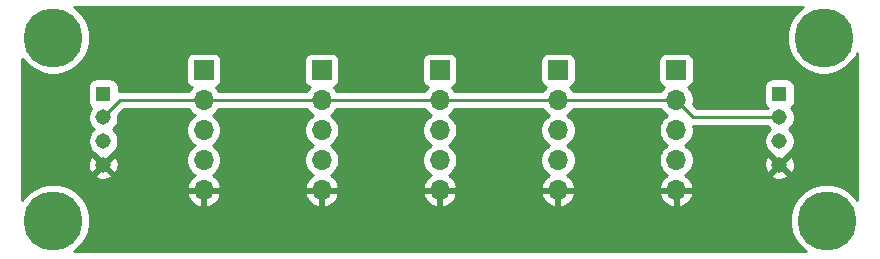
<source format=gbr>
G04 #@! TF.GenerationSoftware,KiCad,Pcbnew,(5.1.5)-3*
G04 #@! TF.CreationDate,2020-08-31T21:18:36+01:00*
G04 #@! TF.ProjectId,groveToPi,67726f76-6554-46f5-9069-2e6b69636164,1.0.1*
G04 #@! TF.SameCoordinates,Original*
G04 #@! TF.FileFunction,Copper,L1,Top*
G04 #@! TF.FilePolarity,Positive*
%FSLAX46Y46*%
G04 Gerber Fmt 4.6, Leading zero omitted, Abs format (unit mm)*
G04 Created by KiCad (PCBNEW (5.1.5)-3) date 2020-08-31 21:18:36*
%MOMM*%
%LPD*%
G04 APERTURE LIST*
%ADD10R,1.308000X1.308000*%
%ADD11C,1.308000*%
%ADD12C,5.000000*%
%ADD13R,1.700000X1.700000*%
%ADD14O,1.700000X1.700000*%
%ADD15C,0.254000*%
G04 APERTURE END LIST*
D10*
X150750000Y-102000000D03*
D11*
X150750000Y-104000000D03*
X150750000Y-106000000D03*
X150750000Y-108000000D03*
X93500000Y-108000000D03*
X93500000Y-106000000D03*
X93500000Y-104000000D03*
D10*
X93500000Y-102000000D03*
D12*
X154750000Y-112750000D03*
X89250000Y-112750000D03*
X89250000Y-97250000D03*
X154500000Y-97250000D03*
D13*
X102000000Y-100000000D03*
D14*
X102000000Y-102540000D03*
X102000000Y-105080000D03*
X102000000Y-107620000D03*
X102000000Y-110160000D03*
X112000000Y-110160000D03*
X112000000Y-107620000D03*
X112000000Y-105080000D03*
X112000000Y-102540000D03*
D13*
X112000000Y-100000000D03*
X122000000Y-100000000D03*
D14*
X122000000Y-102540000D03*
X122000000Y-105080000D03*
X122000000Y-107620000D03*
X122000000Y-110160000D03*
X132000000Y-110160000D03*
X132000000Y-107620000D03*
X132000000Y-105080000D03*
X132000000Y-102540000D03*
D13*
X132000000Y-100000000D03*
X142000000Y-100000000D03*
D14*
X142000000Y-102540000D03*
X142000000Y-105080000D03*
X142000000Y-107620000D03*
X142000000Y-110160000D03*
D15*
X102000000Y-102540000D02*
X112000000Y-102540000D01*
X112000000Y-102540000D02*
X122000000Y-102540000D01*
X122000000Y-102540000D02*
X132000000Y-102540000D01*
X132000000Y-102540000D02*
X142000000Y-102540000D01*
X143460000Y-104000000D02*
X142000000Y-102540000D01*
X150750000Y-104000000D02*
X143460000Y-104000000D01*
X94960000Y-102540000D02*
X93500000Y-104000000D01*
X102000000Y-102540000D02*
X94960000Y-102540000D01*
G36*
X152501554Y-94814886D02*
G01*
X152064886Y-95251554D01*
X151721799Y-95765021D01*
X151485476Y-96335554D01*
X151365000Y-96941229D01*
X151365000Y-97558771D01*
X151485476Y-98164446D01*
X151721799Y-98734979D01*
X152064886Y-99248446D01*
X152501554Y-99685114D01*
X153015021Y-100028201D01*
X153585554Y-100264524D01*
X154191229Y-100385000D01*
X154808771Y-100385000D01*
X155414446Y-100264524D01*
X155984979Y-100028201D01*
X156498446Y-99685114D01*
X156935114Y-99248446D01*
X157278201Y-98734979D01*
X157340000Y-98585783D01*
X157340001Y-110983359D01*
X157185114Y-110751554D01*
X156748446Y-110314886D01*
X156234979Y-109971799D01*
X155664446Y-109735476D01*
X155058771Y-109615000D01*
X154441229Y-109615000D01*
X153835554Y-109735476D01*
X153265021Y-109971799D01*
X152751554Y-110314886D01*
X152314886Y-110751554D01*
X151971799Y-111265021D01*
X151735476Y-111835554D01*
X151615000Y-112441229D01*
X151615000Y-113058771D01*
X151735476Y-113664446D01*
X151971799Y-114234979D01*
X152314886Y-114748446D01*
X152751554Y-115185114D01*
X152983358Y-115340000D01*
X91016642Y-115340000D01*
X91248446Y-115185114D01*
X91685114Y-114748446D01*
X92028201Y-114234979D01*
X92264524Y-113664446D01*
X92385000Y-113058771D01*
X92385000Y-112441229D01*
X92264524Y-111835554D01*
X92028201Y-111265021D01*
X91685114Y-110751554D01*
X91450450Y-110516890D01*
X100558524Y-110516890D01*
X100603175Y-110664099D01*
X100728359Y-110926920D01*
X100902412Y-111160269D01*
X101118645Y-111355178D01*
X101368748Y-111504157D01*
X101643109Y-111601481D01*
X101873000Y-111480814D01*
X101873000Y-110287000D01*
X102127000Y-110287000D01*
X102127000Y-111480814D01*
X102356891Y-111601481D01*
X102631252Y-111504157D01*
X102881355Y-111355178D01*
X103097588Y-111160269D01*
X103271641Y-110926920D01*
X103396825Y-110664099D01*
X103441476Y-110516890D01*
X110558524Y-110516890D01*
X110603175Y-110664099D01*
X110728359Y-110926920D01*
X110902412Y-111160269D01*
X111118645Y-111355178D01*
X111368748Y-111504157D01*
X111643109Y-111601481D01*
X111873000Y-111480814D01*
X111873000Y-110287000D01*
X112127000Y-110287000D01*
X112127000Y-111480814D01*
X112356891Y-111601481D01*
X112631252Y-111504157D01*
X112881355Y-111355178D01*
X113097588Y-111160269D01*
X113271641Y-110926920D01*
X113396825Y-110664099D01*
X113441476Y-110516890D01*
X120558524Y-110516890D01*
X120603175Y-110664099D01*
X120728359Y-110926920D01*
X120902412Y-111160269D01*
X121118645Y-111355178D01*
X121368748Y-111504157D01*
X121643109Y-111601481D01*
X121873000Y-111480814D01*
X121873000Y-110287000D01*
X122127000Y-110287000D01*
X122127000Y-111480814D01*
X122356891Y-111601481D01*
X122631252Y-111504157D01*
X122881355Y-111355178D01*
X123097588Y-111160269D01*
X123271641Y-110926920D01*
X123396825Y-110664099D01*
X123441476Y-110516890D01*
X130558524Y-110516890D01*
X130603175Y-110664099D01*
X130728359Y-110926920D01*
X130902412Y-111160269D01*
X131118645Y-111355178D01*
X131368748Y-111504157D01*
X131643109Y-111601481D01*
X131873000Y-111480814D01*
X131873000Y-110287000D01*
X132127000Y-110287000D01*
X132127000Y-111480814D01*
X132356891Y-111601481D01*
X132631252Y-111504157D01*
X132881355Y-111355178D01*
X133097588Y-111160269D01*
X133271641Y-110926920D01*
X133396825Y-110664099D01*
X133441476Y-110516890D01*
X140558524Y-110516890D01*
X140603175Y-110664099D01*
X140728359Y-110926920D01*
X140902412Y-111160269D01*
X141118645Y-111355178D01*
X141368748Y-111504157D01*
X141643109Y-111601481D01*
X141873000Y-111480814D01*
X141873000Y-110287000D01*
X142127000Y-110287000D01*
X142127000Y-111480814D01*
X142356891Y-111601481D01*
X142631252Y-111504157D01*
X142881355Y-111355178D01*
X143097588Y-111160269D01*
X143271641Y-110926920D01*
X143396825Y-110664099D01*
X143441476Y-110516890D01*
X143320155Y-110287000D01*
X142127000Y-110287000D01*
X141873000Y-110287000D01*
X140679845Y-110287000D01*
X140558524Y-110516890D01*
X133441476Y-110516890D01*
X133320155Y-110287000D01*
X132127000Y-110287000D01*
X131873000Y-110287000D01*
X130679845Y-110287000D01*
X130558524Y-110516890D01*
X123441476Y-110516890D01*
X123320155Y-110287000D01*
X122127000Y-110287000D01*
X121873000Y-110287000D01*
X120679845Y-110287000D01*
X120558524Y-110516890D01*
X113441476Y-110516890D01*
X113320155Y-110287000D01*
X112127000Y-110287000D01*
X111873000Y-110287000D01*
X110679845Y-110287000D01*
X110558524Y-110516890D01*
X103441476Y-110516890D01*
X103320155Y-110287000D01*
X102127000Y-110287000D01*
X101873000Y-110287000D01*
X100679845Y-110287000D01*
X100558524Y-110516890D01*
X91450450Y-110516890D01*
X91248446Y-110314886D01*
X90734979Y-109971799D01*
X90164446Y-109735476D01*
X89558771Y-109615000D01*
X88941229Y-109615000D01*
X88335554Y-109735476D01*
X87765021Y-109971799D01*
X87251554Y-110314886D01*
X86814886Y-110751554D01*
X86660000Y-110983358D01*
X86660000Y-108888387D01*
X92791218Y-108888387D01*
X92845093Y-109117468D01*
X93075684Y-109223763D01*
X93322581Y-109283028D01*
X93576296Y-109292988D01*
X93827079Y-109253259D01*
X94065293Y-109165368D01*
X94154907Y-109117468D01*
X94208782Y-108888387D01*
X93500000Y-108179605D01*
X92791218Y-108888387D01*
X86660000Y-108888387D01*
X86660000Y-108076296D01*
X92207012Y-108076296D01*
X92246741Y-108327079D01*
X92334632Y-108565293D01*
X92382532Y-108654907D01*
X92611613Y-108708782D01*
X93320395Y-108000000D01*
X93679605Y-108000000D01*
X94388387Y-108708782D01*
X94617468Y-108654907D01*
X94723763Y-108424316D01*
X94783028Y-108177419D01*
X94792988Y-107923704D01*
X94753259Y-107672921D01*
X94665368Y-107434707D01*
X94617468Y-107345093D01*
X94388387Y-107291218D01*
X93679605Y-108000000D01*
X93320395Y-108000000D01*
X92611613Y-107291218D01*
X92382532Y-107345093D01*
X92276237Y-107575684D01*
X92216972Y-107822581D01*
X92207012Y-108076296D01*
X86660000Y-108076296D01*
X86660000Y-101346000D01*
X92207928Y-101346000D01*
X92207928Y-102654000D01*
X92220188Y-102778482D01*
X92256498Y-102898180D01*
X92315463Y-103008494D01*
X92394815Y-103105185D01*
X92491506Y-103184537D01*
X92493791Y-103185758D01*
X92357703Y-103389430D01*
X92260535Y-103624013D01*
X92211000Y-103873045D01*
X92211000Y-104126955D01*
X92260535Y-104375987D01*
X92357703Y-104610570D01*
X92498768Y-104821690D01*
X92677078Y-105000000D01*
X92498768Y-105178310D01*
X92357703Y-105389430D01*
X92260535Y-105624013D01*
X92211000Y-105873045D01*
X92211000Y-106126955D01*
X92260535Y-106375987D01*
X92357703Y-106610570D01*
X92498768Y-106821690D01*
X92678310Y-107001232D01*
X92798319Y-107081419D01*
X92791218Y-107111613D01*
X93500000Y-107820395D01*
X94208782Y-107111613D01*
X94201681Y-107081419D01*
X94321690Y-107001232D01*
X94501232Y-106821690D01*
X94642297Y-106610570D01*
X94739465Y-106375987D01*
X94789000Y-106126955D01*
X94789000Y-105873045D01*
X94739465Y-105624013D01*
X94642297Y-105389430D01*
X94501232Y-105178310D01*
X94322922Y-105000000D01*
X94501232Y-104821690D01*
X94642297Y-104610570D01*
X94739465Y-104375987D01*
X94789000Y-104126955D01*
X94789000Y-103873045D01*
X94774995Y-103802636D01*
X95275631Y-103302000D01*
X100723158Y-103302000D01*
X100846525Y-103486632D01*
X101053368Y-103693475D01*
X101227760Y-103810000D01*
X101053368Y-103926525D01*
X100846525Y-104133368D01*
X100684010Y-104376589D01*
X100572068Y-104646842D01*
X100515000Y-104933740D01*
X100515000Y-105226260D01*
X100572068Y-105513158D01*
X100684010Y-105783411D01*
X100846525Y-106026632D01*
X101053368Y-106233475D01*
X101227760Y-106350000D01*
X101053368Y-106466525D01*
X100846525Y-106673368D01*
X100684010Y-106916589D01*
X100572068Y-107186842D01*
X100515000Y-107473740D01*
X100515000Y-107766260D01*
X100572068Y-108053158D01*
X100684010Y-108323411D01*
X100846525Y-108566632D01*
X101053368Y-108773475D01*
X101235534Y-108895195D01*
X101118645Y-108964822D01*
X100902412Y-109159731D01*
X100728359Y-109393080D01*
X100603175Y-109655901D01*
X100558524Y-109803110D01*
X100679845Y-110033000D01*
X101873000Y-110033000D01*
X101873000Y-110013000D01*
X102127000Y-110013000D01*
X102127000Y-110033000D01*
X103320155Y-110033000D01*
X103441476Y-109803110D01*
X103396825Y-109655901D01*
X103271641Y-109393080D01*
X103097588Y-109159731D01*
X102881355Y-108964822D01*
X102764466Y-108895195D01*
X102946632Y-108773475D01*
X103153475Y-108566632D01*
X103315990Y-108323411D01*
X103427932Y-108053158D01*
X103485000Y-107766260D01*
X103485000Y-107473740D01*
X103427932Y-107186842D01*
X103315990Y-106916589D01*
X103153475Y-106673368D01*
X102946632Y-106466525D01*
X102772240Y-106350000D01*
X102946632Y-106233475D01*
X103153475Y-106026632D01*
X103315990Y-105783411D01*
X103427932Y-105513158D01*
X103485000Y-105226260D01*
X103485000Y-104933740D01*
X103427932Y-104646842D01*
X103315990Y-104376589D01*
X103153475Y-104133368D01*
X102946632Y-103926525D01*
X102772240Y-103810000D01*
X102946632Y-103693475D01*
X103153475Y-103486632D01*
X103276842Y-103302000D01*
X110723158Y-103302000D01*
X110846525Y-103486632D01*
X111053368Y-103693475D01*
X111227760Y-103810000D01*
X111053368Y-103926525D01*
X110846525Y-104133368D01*
X110684010Y-104376589D01*
X110572068Y-104646842D01*
X110515000Y-104933740D01*
X110515000Y-105226260D01*
X110572068Y-105513158D01*
X110684010Y-105783411D01*
X110846525Y-106026632D01*
X111053368Y-106233475D01*
X111227760Y-106350000D01*
X111053368Y-106466525D01*
X110846525Y-106673368D01*
X110684010Y-106916589D01*
X110572068Y-107186842D01*
X110515000Y-107473740D01*
X110515000Y-107766260D01*
X110572068Y-108053158D01*
X110684010Y-108323411D01*
X110846525Y-108566632D01*
X111053368Y-108773475D01*
X111235534Y-108895195D01*
X111118645Y-108964822D01*
X110902412Y-109159731D01*
X110728359Y-109393080D01*
X110603175Y-109655901D01*
X110558524Y-109803110D01*
X110679845Y-110033000D01*
X111873000Y-110033000D01*
X111873000Y-110013000D01*
X112127000Y-110013000D01*
X112127000Y-110033000D01*
X113320155Y-110033000D01*
X113441476Y-109803110D01*
X113396825Y-109655901D01*
X113271641Y-109393080D01*
X113097588Y-109159731D01*
X112881355Y-108964822D01*
X112764466Y-108895195D01*
X112946632Y-108773475D01*
X113153475Y-108566632D01*
X113315990Y-108323411D01*
X113427932Y-108053158D01*
X113485000Y-107766260D01*
X113485000Y-107473740D01*
X113427932Y-107186842D01*
X113315990Y-106916589D01*
X113153475Y-106673368D01*
X112946632Y-106466525D01*
X112772240Y-106350000D01*
X112946632Y-106233475D01*
X113153475Y-106026632D01*
X113315990Y-105783411D01*
X113427932Y-105513158D01*
X113485000Y-105226260D01*
X113485000Y-104933740D01*
X113427932Y-104646842D01*
X113315990Y-104376589D01*
X113153475Y-104133368D01*
X112946632Y-103926525D01*
X112772240Y-103810000D01*
X112946632Y-103693475D01*
X113153475Y-103486632D01*
X113276842Y-103302000D01*
X120723158Y-103302000D01*
X120846525Y-103486632D01*
X121053368Y-103693475D01*
X121227760Y-103810000D01*
X121053368Y-103926525D01*
X120846525Y-104133368D01*
X120684010Y-104376589D01*
X120572068Y-104646842D01*
X120515000Y-104933740D01*
X120515000Y-105226260D01*
X120572068Y-105513158D01*
X120684010Y-105783411D01*
X120846525Y-106026632D01*
X121053368Y-106233475D01*
X121227760Y-106350000D01*
X121053368Y-106466525D01*
X120846525Y-106673368D01*
X120684010Y-106916589D01*
X120572068Y-107186842D01*
X120515000Y-107473740D01*
X120515000Y-107766260D01*
X120572068Y-108053158D01*
X120684010Y-108323411D01*
X120846525Y-108566632D01*
X121053368Y-108773475D01*
X121235534Y-108895195D01*
X121118645Y-108964822D01*
X120902412Y-109159731D01*
X120728359Y-109393080D01*
X120603175Y-109655901D01*
X120558524Y-109803110D01*
X120679845Y-110033000D01*
X121873000Y-110033000D01*
X121873000Y-110013000D01*
X122127000Y-110013000D01*
X122127000Y-110033000D01*
X123320155Y-110033000D01*
X123441476Y-109803110D01*
X123396825Y-109655901D01*
X123271641Y-109393080D01*
X123097588Y-109159731D01*
X122881355Y-108964822D01*
X122764466Y-108895195D01*
X122946632Y-108773475D01*
X123153475Y-108566632D01*
X123315990Y-108323411D01*
X123427932Y-108053158D01*
X123485000Y-107766260D01*
X123485000Y-107473740D01*
X123427932Y-107186842D01*
X123315990Y-106916589D01*
X123153475Y-106673368D01*
X122946632Y-106466525D01*
X122772240Y-106350000D01*
X122946632Y-106233475D01*
X123153475Y-106026632D01*
X123315990Y-105783411D01*
X123427932Y-105513158D01*
X123485000Y-105226260D01*
X123485000Y-104933740D01*
X123427932Y-104646842D01*
X123315990Y-104376589D01*
X123153475Y-104133368D01*
X122946632Y-103926525D01*
X122772240Y-103810000D01*
X122946632Y-103693475D01*
X123153475Y-103486632D01*
X123276842Y-103302000D01*
X130723158Y-103302000D01*
X130846525Y-103486632D01*
X131053368Y-103693475D01*
X131227760Y-103810000D01*
X131053368Y-103926525D01*
X130846525Y-104133368D01*
X130684010Y-104376589D01*
X130572068Y-104646842D01*
X130515000Y-104933740D01*
X130515000Y-105226260D01*
X130572068Y-105513158D01*
X130684010Y-105783411D01*
X130846525Y-106026632D01*
X131053368Y-106233475D01*
X131227760Y-106350000D01*
X131053368Y-106466525D01*
X130846525Y-106673368D01*
X130684010Y-106916589D01*
X130572068Y-107186842D01*
X130515000Y-107473740D01*
X130515000Y-107766260D01*
X130572068Y-108053158D01*
X130684010Y-108323411D01*
X130846525Y-108566632D01*
X131053368Y-108773475D01*
X131235534Y-108895195D01*
X131118645Y-108964822D01*
X130902412Y-109159731D01*
X130728359Y-109393080D01*
X130603175Y-109655901D01*
X130558524Y-109803110D01*
X130679845Y-110033000D01*
X131873000Y-110033000D01*
X131873000Y-110013000D01*
X132127000Y-110013000D01*
X132127000Y-110033000D01*
X133320155Y-110033000D01*
X133441476Y-109803110D01*
X133396825Y-109655901D01*
X133271641Y-109393080D01*
X133097588Y-109159731D01*
X132881355Y-108964822D01*
X132764466Y-108895195D01*
X132946632Y-108773475D01*
X133153475Y-108566632D01*
X133315990Y-108323411D01*
X133427932Y-108053158D01*
X133485000Y-107766260D01*
X133485000Y-107473740D01*
X133427932Y-107186842D01*
X133315990Y-106916589D01*
X133153475Y-106673368D01*
X132946632Y-106466525D01*
X132772240Y-106350000D01*
X132946632Y-106233475D01*
X133153475Y-106026632D01*
X133315990Y-105783411D01*
X133427932Y-105513158D01*
X133485000Y-105226260D01*
X133485000Y-104933740D01*
X133427932Y-104646842D01*
X133315990Y-104376589D01*
X133153475Y-104133368D01*
X132946632Y-103926525D01*
X132772240Y-103810000D01*
X132946632Y-103693475D01*
X133153475Y-103486632D01*
X133276842Y-103302000D01*
X140723158Y-103302000D01*
X140846525Y-103486632D01*
X141053368Y-103693475D01*
X141227760Y-103810000D01*
X141053368Y-103926525D01*
X140846525Y-104133368D01*
X140684010Y-104376589D01*
X140572068Y-104646842D01*
X140515000Y-104933740D01*
X140515000Y-105226260D01*
X140572068Y-105513158D01*
X140684010Y-105783411D01*
X140846525Y-106026632D01*
X141053368Y-106233475D01*
X141227760Y-106350000D01*
X141053368Y-106466525D01*
X140846525Y-106673368D01*
X140684010Y-106916589D01*
X140572068Y-107186842D01*
X140515000Y-107473740D01*
X140515000Y-107766260D01*
X140572068Y-108053158D01*
X140684010Y-108323411D01*
X140846525Y-108566632D01*
X141053368Y-108773475D01*
X141235534Y-108895195D01*
X141118645Y-108964822D01*
X140902412Y-109159731D01*
X140728359Y-109393080D01*
X140603175Y-109655901D01*
X140558524Y-109803110D01*
X140679845Y-110033000D01*
X141873000Y-110033000D01*
X141873000Y-110013000D01*
X142127000Y-110013000D01*
X142127000Y-110033000D01*
X143320155Y-110033000D01*
X143441476Y-109803110D01*
X143396825Y-109655901D01*
X143271641Y-109393080D01*
X143097588Y-109159731D01*
X142881355Y-108964822D01*
X142764466Y-108895195D01*
X142774654Y-108888387D01*
X150041218Y-108888387D01*
X150095093Y-109117468D01*
X150325684Y-109223763D01*
X150572581Y-109283028D01*
X150826296Y-109292988D01*
X151077079Y-109253259D01*
X151315293Y-109165368D01*
X151404907Y-109117468D01*
X151458782Y-108888387D01*
X150750000Y-108179605D01*
X150041218Y-108888387D01*
X142774654Y-108888387D01*
X142946632Y-108773475D01*
X143153475Y-108566632D01*
X143315990Y-108323411D01*
X143418347Y-108076296D01*
X149457012Y-108076296D01*
X149496741Y-108327079D01*
X149584632Y-108565293D01*
X149632532Y-108654907D01*
X149861613Y-108708782D01*
X150570395Y-108000000D01*
X150929605Y-108000000D01*
X151638387Y-108708782D01*
X151867468Y-108654907D01*
X151973763Y-108424316D01*
X152033028Y-108177419D01*
X152042988Y-107923704D01*
X152003259Y-107672921D01*
X151915368Y-107434707D01*
X151867468Y-107345093D01*
X151638387Y-107291218D01*
X150929605Y-108000000D01*
X150570395Y-108000000D01*
X149861613Y-107291218D01*
X149632532Y-107345093D01*
X149526237Y-107575684D01*
X149466972Y-107822581D01*
X149457012Y-108076296D01*
X143418347Y-108076296D01*
X143427932Y-108053158D01*
X143485000Y-107766260D01*
X143485000Y-107473740D01*
X143427932Y-107186842D01*
X143315990Y-106916589D01*
X143153475Y-106673368D01*
X142946632Y-106466525D01*
X142772240Y-106350000D01*
X142946632Y-106233475D01*
X143153475Y-106026632D01*
X143315990Y-105783411D01*
X143427932Y-105513158D01*
X143485000Y-105226260D01*
X143485000Y-104933740D01*
X143451403Y-104764839D01*
X143460000Y-104765686D01*
X143497423Y-104762000D01*
X149708885Y-104762000D01*
X149748768Y-104821690D01*
X149927078Y-105000000D01*
X149748768Y-105178310D01*
X149607703Y-105389430D01*
X149510535Y-105624013D01*
X149461000Y-105873045D01*
X149461000Y-106126955D01*
X149510535Y-106375987D01*
X149607703Y-106610570D01*
X149748768Y-106821690D01*
X149928310Y-107001232D01*
X150048319Y-107081419D01*
X150041218Y-107111613D01*
X150750000Y-107820395D01*
X151458782Y-107111613D01*
X151451681Y-107081419D01*
X151571690Y-107001232D01*
X151751232Y-106821690D01*
X151892297Y-106610570D01*
X151989465Y-106375987D01*
X152039000Y-106126955D01*
X152039000Y-105873045D01*
X151989465Y-105624013D01*
X151892297Y-105389430D01*
X151751232Y-105178310D01*
X151572922Y-105000000D01*
X151751232Y-104821690D01*
X151892297Y-104610570D01*
X151989465Y-104375987D01*
X152039000Y-104126955D01*
X152039000Y-103873045D01*
X151989465Y-103624013D01*
X151892297Y-103389430D01*
X151756209Y-103185758D01*
X151758494Y-103184537D01*
X151855185Y-103105185D01*
X151934537Y-103008494D01*
X151993502Y-102898180D01*
X152029812Y-102778482D01*
X152042072Y-102654000D01*
X152042072Y-101346000D01*
X152029812Y-101221518D01*
X151993502Y-101101820D01*
X151934537Y-100991506D01*
X151855185Y-100894815D01*
X151758494Y-100815463D01*
X151648180Y-100756498D01*
X151528482Y-100720188D01*
X151404000Y-100707928D01*
X150096000Y-100707928D01*
X149971518Y-100720188D01*
X149851820Y-100756498D01*
X149741506Y-100815463D01*
X149644815Y-100894815D01*
X149565463Y-100991506D01*
X149506498Y-101101820D01*
X149470188Y-101221518D01*
X149457928Y-101346000D01*
X149457928Y-102654000D01*
X149470188Y-102778482D01*
X149506498Y-102898180D01*
X149565463Y-103008494D01*
X149644815Y-103105185D01*
X149741506Y-103184537D01*
X149743791Y-103185758D01*
X149708885Y-103238000D01*
X143775631Y-103238000D01*
X143441679Y-102904048D01*
X143485000Y-102686260D01*
X143485000Y-102393740D01*
X143427932Y-102106842D01*
X143315990Y-101836589D01*
X143153475Y-101593368D01*
X143021620Y-101461513D01*
X143094180Y-101439502D01*
X143204494Y-101380537D01*
X143301185Y-101301185D01*
X143380537Y-101204494D01*
X143439502Y-101094180D01*
X143475812Y-100974482D01*
X143488072Y-100850000D01*
X143488072Y-99150000D01*
X143475812Y-99025518D01*
X143439502Y-98905820D01*
X143380537Y-98795506D01*
X143301185Y-98698815D01*
X143204494Y-98619463D01*
X143094180Y-98560498D01*
X142974482Y-98524188D01*
X142850000Y-98511928D01*
X141150000Y-98511928D01*
X141025518Y-98524188D01*
X140905820Y-98560498D01*
X140795506Y-98619463D01*
X140698815Y-98698815D01*
X140619463Y-98795506D01*
X140560498Y-98905820D01*
X140524188Y-99025518D01*
X140511928Y-99150000D01*
X140511928Y-100850000D01*
X140524188Y-100974482D01*
X140560498Y-101094180D01*
X140619463Y-101204494D01*
X140698815Y-101301185D01*
X140795506Y-101380537D01*
X140905820Y-101439502D01*
X140978380Y-101461513D01*
X140846525Y-101593368D01*
X140723158Y-101778000D01*
X133276842Y-101778000D01*
X133153475Y-101593368D01*
X133021620Y-101461513D01*
X133094180Y-101439502D01*
X133204494Y-101380537D01*
X133301185Y-101301185D01*
X133380537Y-101204494D01*
X133439502Y-101094180D01*
X133475812Y-100974482D01*
X133488072Y-100850000D01*
X133488072Y-99150000D01*
X133475812Y-99025518D01*
X133439502Y-98905820D01*
X133380537Y-98795506D01*
X133301185Y-98698815D01*
X133204494Y-98619463D01*
X133094180Y-98560498D01*
X132974482Y-98524188D01*
X132850000Y-98511928D01*
X131150000Y-98511928D01*
X131025518Y-98524188D01*
X130905820Y-98560498D01*
X130795506Y-98619463D01*
X130698815Y-98698815D01*
X130619463Y-98795506D01*
X130560498Y-98905820D01*
X130524188Y-99025518D01*
X130511928Y-99150000D01*
X130511928Y-100850000D01*
X130524188Y-100974482D01*
X130560498Y-101094180D01*
X130619463Y-101204494D01*
X130698815Y-101301185D01*
X130795506Y-101380537D01*
X130905820Y-101439502D01*
X130978380Y-101461513D01*
X130846525Y-101593368D01*
X130723158Y-101778000D01*
X123276842Y-101778000D01*
X123153475Y-101593368D01*
X123021620Y-101461513D01*
X123094180Y-101439502D01*
X123204494Y-101380537D01*
X123301185Y-101301185D01*
X123380537Y-101204494D01*
X123439502Y-101094180D01*
X123475812Y-100974482D01*
X123488072Y-100850000D01*
X123488072Y-99150000D01*
X123475812Y-99025518D01*
X123439502Y-98905820D01*
X123380537Y-98795506D01*
X123301185Y-98698815D01*
X123204494Y-98619463D01*
X123094180Y-98560498D01*
X122974482Y-98524188D01*
X122850000Y-98511928D01*
X121150000Y-98511928D01*
X121025518Y-98524188D01*
X120905820Y-98560498D01*
X120795506Y-98619463D01*
X120698815Y-98698815D01*
X120619463Y-98795506D01*
X120560498Y-98905820D01*
X120524188Y-99025518D01*
X120511928Y-99150000D01*
X120511928Y-100850000D01*
X120524188Y-100974482D01*
X120560498Y-101094180D01*
X120619463Y-101204494D01*
X120698815Y-101301185D01*
X120795506Y-101380537D01*
X120905820Y-101439502D01*
X120978380Y-101461513D01*
X120846525Y-101593368D01*
X120723158Y-101778000D01*
X113276842Y-101778000D01*
X113153475Y-101593368D01*
X113021620Y-101461513D01*
X113094180Y-101439502D01*
X113204494Y-101380537D01*
X113301185Y-101301185D01*
X113380537Y-101204494D01*
X113439502Y-101094180D01*
X113475812Y-100974482D01*
X113488072Y-100850000D01*
X113488072Y-99150000D01*
X113475812Y-99025518D01*
X113439502Y-98905820D01*
X113380537Y-98795506D01*
X113301185Y-98698815D01*
X113204494Y-98619463D01*
X113094180Y-98560498D01*
X112974482Y-98524188D01*
X112850000Y-98511928D01*
X111150000Y-98511928D01*
X111025518Y-98524188D01*
X110905820Y-98560498D01*
X110795506Y-98619463D01*
X110698815Y-98698815D01*
X110619463Y-98795506D01*
X110560498Y-98905820D01*
X110524188Y-99025518D01*
X110511928Y-99150000D01*
X110511928Y-100850000D01*
X110524188Y-100974482D01*
X110560498Y-101094180D01*
X110619463Y-101204494D01*
X110698815Y-101301185D01*
X110795506Y-101380537D01*
X110905820Y-101439502D01*
X110978380Y-101461513D01*
X110846525Y-101593368D01*
X110723158Y-101778000D01*
X103276842Y-101778000D01*
X103153475Y-101593368D01*
X103021620Y-101461513D01*
X103094180Y-101439502D01*
X103204494Y-101380537D01*
X103301185Y-101301185D01*
X103380537Y-101204494D01*
X103439502Y-101094180D01*
X103475812Y-100974482D01*
X103488072Y-100850000D01*
X103488072Y-99150000D01*
X103475812Y-99025518D01*
X103439502Y-98905820D01*
X103380537Y-98795506D01*
X103301185Y-98698815D01*
X103204494Y-98619463D01*
X103094180Y-98560498D01*
X102974482Y-98524188D01*
X102850000Y-98511928D01*
X101150000Y-98511928D01*
X101025518Y-98524188D01*
X100905820Y-98560498D01*
X100795506Y-98619463D01*
X100698815Y-98698815D01*
X100619463Y-98795506D01*
X100560498Y-98905820D01*
X100524188Y-99025518D01*
X100511928Y-99150000D01*
X100511928Y-100850000D01*
X100524188Y-100974482D01*
X100560498Y-101094180D01*
X100619463Y-101204494D01*
X100698815Y-101301185D01*
X100795506Y-101380537D01*
X100905820Y-101439502D01*
X100978380Y-101461513D01*
X100846525Y-101593368D01*
X100723158Y-101778000D01*
X94997423Y-101778000D01*
X94960000Y-101774314D01*
X94922577Y-101778000D01*
X94922574Y-101778000D01*
X94810622Y-101789026D01*
X94792072Y-101794653D01*
X94792072Y-101346000D01*
X94779812Y-101221518D01*
X94743502Y-101101820D01*
X94684537Y-100991506D01*
X94605185Y-100894815D01*
X94508494Y-100815463D01*
X94398180Y-100756498D01*
X94278482Y-100720188D01*
X94154000Y-100707928D01*
X92846000Y-100707928D01*
X92721518Y-100720188D01*
X92601820Y-100756498D01*
X92491506Y-100815463D01*
X92394815Y-100894815D01*
X92315463Y-100991506D01*
X92256498Y-101101820D01*
X92220188Y-101221518D01*
X92207928Y-101346000D01*
X86660000Y-101346000D01*
X86660000Y-99016642D01*
X86814886Y-99248446D01*
X87251554Y-99685114D01*
X87765021Y-100028201D01*
X88335554Y-100264524D01*
X88941229Y-100385000D01*
X89558771Y-100385000D01*
X90164446Y-100264524D01*
X90734979Y-100028201D01*
X91248446Y-99685114D01*
X91685114Y-99248446D01*
X92028201Y-98734979D01*
X92264524Y-98164446D01*
X92385000Y-97558771D01*
X92385000Y-96941229D01*
X92264524Y-96335554D01*
X92028201Y-95765021D01*
X91685114Y-95251554D01*
X91248446Y-94814886D01*
X91016642Y-94660000D01*
X152733358Y-94660000D01*
X152501554Y-94814886D01*
G37*
X152501554Y-94814886D02*
X152064886Y-95251554D01*
X151721799Y-95765021D01*
X151485476Y-96335554D01*
X151365000Y-96941229D01*
X151365000Y-97558771D01*
X151485476Y-98164446D01*
X151721799Y-98734979D01*
X152064886Y-99248446D01*
X152501554Y-99685114D01*
X153015021Y-100028201D01*
X153585554Y-100264524D01*
X154191229Y-100385000D01*
X154808771Y-100385000D01*
X155414446Y-100264524D01*
X155984979Y-100028201D01*
X156498446Y-99685114D01*
X156935114Y-99248446D01*
X157278201Y-98734979D01*
X157340000Y-98585783D01*
X157340001Y-110983359D01*
X157185114Y-110751554D01*
X156748446Y-110314886D01*
X156234979Y-109971799D01*
X155664446Y-109735476D01*
X155058771Y-109615000D01*
X154441229Y-109615000D01*
X153835554Y-109735476D01*
X153265021Y-109971799D01*
X152751554Y-110314886D01*
X152314886Y-110751554D01*
X151971799Y-111265021D01*
X151735476Y-111835554D01*
X151615000Y-112441229D01*
X151615000Y-113058771D01*
X151735476Y-113664446D01*
X151971799Y-114234979D01*
X152314886Y-114748446D01*
X152751554Y-115185114D01*
X152983358Y-115340000D01*
X91016642Y-115340000D01*
X91248446Y-115185114D01*
X91685114Y-114748446D01*
X92028201Y-114234979D01*
X92264524Y-113664446D01*
X92385000Y-113058771D01*
X92385000Y-112441229D01*
X92264524Y-111835554D01*
X92028201Y-111265021D01*
X91685114Y-110751554D01*
X91450450Y-110516890D01*
X100558524Y-110516890D01*
X100603175Y-110664099D01*
X100728359Y-110926920D01*
X100902412Y-111160269D01*
X101118645Y-111355178D01*
X101368748Y-111504157D01*
X101643109Y-111601481D01*
X101873000Y-111480814D01*
X101873000Y-110287000D01*
X102127000Y-110287000D01*
X102127000Y-111480814D01*
X102356891Y-111601481D01*
X102631252Y-111504157D01*
X102881355Y-111355178D01*
X103097588Y-111160269D01*
X103271641Y-110926920D01*
X103396825Y-110664099D01*
X103441476Y-110516890D01*
X110558524Y-110516890D01*
X110603175Y-110664099D01*
X110728359Y-110926920D01*
X110902412Y-111160269D01*
X111118645Y-111355178D01*
X111368748Y-111504157D01*
X111643109Y-111601481D01*
X111873000Y-111480814D01*
X111873000Y-110287000D01*
X112127000Y-110287000D01*
X112127000Y-111480814D01*
X112356891Y-111601481D01*
X112631252Y-111504157D01*
X112881355Y-111355178D01*
X113097588Y-111160269D01*
X113271641Y-110926920D01*
X113396825Y-110664099D01*
X113441476Y-110516890D01*
X120558524Y-110516890D01*
X120603175Y-110664099D01*
X120728359Y-110926920D01*
X120902412Y-111160269D01*
X121118645Y-111355178D01*
X121368748Y-111504157D01*
X121643109Y-111601481D01*
X121873000Y-111480814D01*
X121873000Y-110287000D01*
X122127000Y-110287000D01*
X122127000Y-111480814D01*
X122356891Y-111601481D01*
X122631252Y-111504157D01*
X122881355Y-111355178D01*
X123097588Y-111160269D01*
X123271641Y-110926920D01*
X123396825Y-110664099D01*
X123441476Y-110516890D01*
X130558524Y-110516890D01*
X130603175Y-110664099D01*
X130728359Y-110926920D01*
X130902412Y-111160269D01*
X131118645Y-111355178D01*
X131368748Y-111504157D01*
X131643109Y-111601481D01*
X131873000Y-111480814D01*
X131873000Y-110287000D01*
X132127000Y-110287000D01*
X132127000Y-111480814D01*
X132356891Y-111601481D01*
X132631252Y-111504157D01*
X132881355Y-111355178D01*
X133097588Y-111160269D01*
X133271641Y-110926920D01*
X133396825Y-110664099D01*
X133441476Y-110516890D01*
X140558524Y-110516890D01*
X140603175Y-110664099D01*
X140728359Y-110926920D01*
X140902412Y-111160269D01*
X141118645Y-111355178D01*
X141368748Y-111504157D01*
X141643109Y-111601481D01*
X141873000Y-111480814D01*
X141873000Y-110287000D01*
X142127000Y-110287000D01*
X142127000Y-111480814D01*
X142356891Y-111601481D01*
X142631252Y-111504157D01*
X142881355Y-111355178D01*
X143097588Y-111160269D01*
X143271641Y-110926920D01*
X143396825Y-110664099D01*
X143441476Y-110516890D01*
X143320155Y-110287000D01*
X142127000Y-110287000D01*
X141873000Y-110287000D01*
X140679845Y-110287000D01*
X140558524Y-110516890D01*
X133441476Y-110516890D01*
X133320155Y-110287000D01*
X132127000Y-110287000D01*
X131873000Y-110287000D01*
X130679845Y-110287000D01*
X130558524Y-110516890D01*
X123441476Y-110516890D01*
X123320155Y-110287000D01*
X122127000Y-110287000D01*
X121873000Y-110287000D01*
X120679845Y-110287000D01*
X120558524Y-110516890D01*
X113441476Y-110516890D01*
X113320155Y-110287000D01*
X112127000Y-110287000D01*
X111873000Y-110287000D01*
X110679845Y-110287000D01*
X110558524Y-110516890D01*
X103441476Y-110516890D01*
X103320155Y-110287000D01*
X102127000Y-110287000D01*
X101873000Y-110287000D01*
X100679845Y-110287000D01*
X100558524Y-110516890D01*
X91450450Y-110516890D01*
X91248446Y-110314886D01*
X90734979Y-109971799D01*
X90164446Y-109735476D01*
X89558771Y-109615000D01*
X88941229Y-109615000D01*
X88335554Y-109735476D01*
X87765021Y-109971799D01*
X87251554Y-110314886D01*
X86814886Y-110751554D01*
X86660000Y-110983358D01*
X86660000Y-108888387D01*
X92791218Y-108888387D01*
X92845093Y-109117468D01*
X93075684Y-109223763D01*
X93322581Y-109283028D01*
X93576296Y-109292988D01*
X93827079Y-109253259D01*
X94065293Y-109165368D01*
X94154907Y-109117468D01*
X94208782Y-108888387D01*
X93500000Y-108179605D01*
X92791218Y-108888387D01*
X86660000Y-108888387D01*
X86660000Y-108076296D01*
X92207012Y-108076296D01*
X92246741Y-108327079D01*
X92334632Y-108565293D01*
X92382532Y-108654907D01*
X92611613Y-108708782D01*
X93320395Y-108000000D01*
X93679605Y-108000000D01*
X94388387Y-108708782D01*
X94617468Y-108654907D01*
X94723763Y-108424316D01*
X94783028Y-108177419D01*
X94792988Y-107923704D01*
X94753259Y-107672921D01*
X94665368Y-107434707D01*
X94617468Y-107345093D01*
X94388387Y-107291218D01*
X93679605Y-108000000D01*
X93320395Y-108000000D01*
X92611613Y-107291218D01*
X92382532Y-107345093D01*
X92276237Y-107575684D01*
X92216972Y-107822581D01*
X92207012Y-108076296D01*
X86660000Y-108076296D01*
X86660000Y-101346000D01*
X92207928Y-101346000D01*
X92207928Y-102654000D01*
X92220188Y-102778482D01*
X92256498Y-102898180D01*
X92315463Y-103008494D01*
X92394815Y-103105185D01*
X92491506Y-103184537D01*
X92493791Y-103185758D01*
X92357703Y-103389430D01*
X92260535Y-103624013D01*
X92211000Y-103873045D01*
X92211000Y-104126955D01*
X92260535Y-104375987D01*
X92357703Y-104610570D01*
X92498768Y-104821690D01*
X92677078Y-105000000D01*
X92498768Y-105178310D01*
X92357703Y-105389430D01*
X92260535Y-105624013D01*
X92211000Y-105873045D01*
X92211000Y-106126955D01*
X92260535Y-106375987D01*
X92357703Y-106610570D01*
X92498768Y-106821690D01*
X92678310Y-107001232D01*
X92798319Y-107081419D01*
X92791218Y-107111613D01*
X93500000Y-107820395D01*
X94208782Y-107111613D01*
X94201681Y-107081419D01*
X94321690Y-107001232D01*
X94501232Y-106821690D01*
X94642297Y-106610570D01*
X94739465Y-106375987D01*
X94789000Y-106126955D01*
X94789000Y-105873045D01*
X94739465Y-105624013D01*
X94642297Y-105389430D01*
X94501232Y-105178310D01*
X94322922Y-105000000D01*
X94501232Y-104821690D01*
X94642297Y-104610570D01*
X94739465Y-104375987D01*
X94789000Y-104126955D01*
X94789000Y-103873045D01*
X94774995Y-103802636D01*
X95275631Y-103302000D01*
X100723158Y-103302000D01*
X100846525Y-103486632D01*
X101053368Y-103693475D01*
X101227760Y-103810000D01*
X101053368Y-103926525D01*
X100846525Y-104133368D01*
X100684010Y-104376589D01*
X100572068Y-104646842D01*
X100515000Y-104933740D01*
X100515000Y-105226260D01*
X100572068Y-105513158D01*
X100684010Y-105783411D01*
X100846525Y-106026632D01*
X101053368Y-106233475D01*
X101227760Y-106350000D01*
X101053368Y-106466525D01*
X100846525Y-106673368D01*
X100684010Y-106916589D01*
X100572068Y-107186842D01*
X100515000Y-107473740D01*
X100515000Y-107766260D01*
X100572068Y-108053158D01*
X100684010Y-108323411D01*
X100846525Y-108566632D01*
X101053368Y-108773475D01*
X101235534Y-108895195D01*
X101118645Y-108964822D01*
X100902412Y-109159731D01*
X100728359Y-109393080D01*
X100603175Y-109655901D01*
X100558524Y-109803110D01*
X100679845Y-110033000D01*
X101873000Y-110033000D01*
X101873000Y-110013000D01*
X102127000Y-110013000D01*
X102127000Y-110033000D01*
X103320155Y-110033000D01*
X103441476Y-109803110D01*
X103396825Y-109655901D01*
X103271641Y-109393080D01*
X103097588Y-109159731D01*
X102881355Y-108964822D01*
X102764466Y-108895195D01*
X102946632Y-108773475D01*
X103153475Y-108566632D01*
X103315990Y-108323411D01*
X103427932Y-108053158D01*
X103485000Y-107766260D01*
X103485000Y-107473740D01*
X103427932Y-107186842D01*
X103315990Y-106916589D01*
X103153475Y-106673368D01*
X102946632Y-106466525D01*
X102772240Y-106350000D01*
X102946632Y-106233475D01*
X103153475Y-106026632D01*
X103315990Y-105783411D01*
X103427932Y-105513158D01*
X103485000Y-105226260D01*
X103485000Y-104933740D01*
X103427932Y-104646842D01*
X103315990Y-104376589D01*
X103153475Y-104133368D01*
X102946632Y-103926525D01*
X102772240Y-103810000D01*
X102946632Y-103693475D01*
X103153475Y-103486632D01*
X103276842Y-103302000D01*
X110723158Y-103302000D01*
X110846525Y-103486632D01*
X111053368Y-103693475D01*
X111227760Y-103810000D01*
X111053368Y-103926525D01*
X110846525Y-104133368D01*
X110684010Y-104376589D01*
X110572068Y-104646842D01*
X110515000Y-104933740D01*
X110515000Y-105226260D01*
X110572068Y-105513158D01*
X110684010Y-105783411D01*
X110846525Y-106026632D01*
X111053368Y-106233475D01*
X111227760Y-106350000D01*
X111053368Y-106466525D01*
X110846525Y-106673368D01*
X110684010Y-106916589D01*
X110572068Y-107186842D01*
X110515000Y-107473740D01*
X110515000Y-107766260D01*
X110572068Y-108053158D01*
X110684010Y-108323411D01*
X110846525Y-108566632D01*
X111053368Y-108773475D01*
X111235534Y-108895195D01*
X111118645Y-108964822D01*
X110902412Y-109159731D01*
X110728359Y-109393080D01*
X110603175Y-109655901D01*
X110558524Y-109803110D01*
X110679845Y-110033000D01*
X111873000Y-110033000D01*
X111873000Y-110013000D01*
X112127000Y-110013000D01*
X112127000Y-110033000D01*
X113320155Y-110033000D01*
X113441476Y-109803110D01*
X113396825Y-109655901D01*
X113271641Y-109393080D01*
X113097588Y-109159731D01*
X112881355Y-108964822D01*
X112764466Y-108895195D01*
X112946632Y-108773475D01*
X113153475Y-108566632D01*
X113315990Y-108323411D01*
X113427932Y-108053158D01*
X113485000Y-107766260D01*
X113485000Y-107473740D01*
X113427932Y-107186842D01*
X113315990Y-106916589D01*
X113153475Y-106673368D01*
X112946632Y-106466525D01*
X112772240Y-106350000D01*
X112946632Y-106233475D01*
X113153475Y-106026632D01*
X113315990Y-105783411D01*
X113427932Y-105513158D01*
X113485000Y-105226260D01*
X113485000Y-104933740D01*
X113427932Y-104646842D01*
X113315990Y-104376589D01*
X113153475Y-104133368D01*
X112946632Y-103926525D01*
X112772240Y-103810000D01*
X112946632Y-103693475D01*
X113153475Y-103486632D01*
X113276842Y-103302000D01*
X120723158Y-103302000D01*
X120846525Y-103486632D01*
X121053368Y-103693475D01*
X121227760Y-103810000D01*
X121053368Y-103926525D01*
X120846525Y-104133368D01*
X120684010Y-104376589D01*
X120572068Y-104646842D01*
X120515000Y-104933740D01*
X120515000Y-105226260D01*
X120572068Y-105513158D01*
X120684010Y-105783411D01*
X120846525Y-106026632D01*
X121053368Y-106233475D01*
X121227760Y-106350000D01*
X121053368Y-106466525D01*
X120846525Y-106673368D01*
X120684010Y-106916589D01*
X120572068Y-107186842D01*
X120515000Y-107473740D01*
X120515000Y-107766260D01*
X120572068Y-108053158D01*
X120684010Y-108323411D01*
X120846525Y-108566632D01*
X121053368Y-108773475D01*
X121235534Y-108895195D01*
X121118645Y-108964822D01*
X120902412Y-109159731D01*
X120728359Y-109393080D01*
X120603175Y-109655901D01*
X120558524Y-109803110D01*
X120679845Y-110033000D01*
X121873000Y-110033000D01*
X121873000Y-110013000D01*
X122127000Y-110013000D01*
X122127000Y-110033000D01*
X123320155Y-110033000D01*
X123441476Y-109803110D01*
X123396825Y-109655901D01*
X123271641Y-109393080D01*
X123097588Y-109159731D01*
X122881355Y-108964822D01*
X122764466Y-108895195D01*
X122946632Y-108773475D01*
X123153475Y-108566632D01*
X123315990Y-108323411D01*
X123427932Y-108053158D01*
X123485000Y-107766260D01*
X123485000Y-107473740D01*
X123427932Y-107186842D01*
X123315990Y-106916589D01*
X123153475Y-106673368D01*
X122946632Y-106466525D01*
X122772240Y-106350000D01*
X122946632Y-106233475D01*
X123153475Y-106026632D01*
X123315990Y-105783411D01*
X123427932Y-105513158D01*
X123485000Y-105226260D01*
X123485000Y-104933740D01*
X123427932Y-104646842D01*
X123315990Y-104376589D01*
X123153475Y-104133368D01*
X122946632Y-103926525D01*
X122772240Y-103810000D01*
X122946632Y-103693475D01*
X123153475Y-103486632D01*
X123276842Y-103302000D01*
X130723158Y-103302000D01*
X130846525Y-103486632D01*
X131053368Y-103693475D01*
X131227760Y-103810000D01*
X131053368Y-103926525D01*
X130846525Y-104133368D01*
X130684010Y-104376589D01*
X130572068Y-104646842D01*
X130515000Y-104933740D01*
X130515000Y-105226260D01*
X130572068Y-105513158D01*
X130684010Y-105783411D01*
X130846525Y-106026632D01*
X131053368Y-106233475D01*
X131227760Y-106350000D01*
X131053368Y-106466525D01*
X130846525Y-106673368D01*
X130684010Y-106916589D01*
X130572068Y-107186842D01*
X130515000Y-107473740D01*
X130515000Y-107766260D01*
X130572068Y-108053158D01*
X130684010Y-108323411D01*
X130846525Y-108566632D01*
X131053368Y-108773475D01*
X131235534Y-108895195D01*
X131118645Y-108964822D01*
X130902412Y-109159731D01*
X130728359Y-109393080D01*
X130603175Y-109655901D01*
X130558524Y-109803110D01*
X130679845Y-110033000D01*
X131873000Y-110033000D01*
X131873000Y-110013000D01*
X132127000Y-110013000D01*
X132127000Y-110033000D01*
X133320155Y-110033000D01*
X133441476Y-109803110D01*
X133396825Y-109655901D01*
X133271641Y-109393080D01*
X133097588Y-109159731D01*
X132881355Y-108964822D01*
X132764466Y-108895195D01*
X132946632Y-108773475D01*
X133153475Y-108566632D01*
X133315990Y-108323411D01*
X133427932Y-108053158D01*
X133485000Y-107766260D01*
X133485000Y-107473740D01*
X133427932Y-107186842D01*
X133315990Y-106916589D01*
X133153475Y-106673368D01*
X132946632Y-106466525D01*
X132772240Y-106350000D01*
X132946632Y-106233475D01*
X133153475Y-106026632D01*
X133315990Y-105783411D01*
X133427932Y-105513158D01*
X133485000Y-105226260D01*
X133485000Y-104933740D01*
X133427932Y-104646842D01*
X133315990Y-104376589D01*
X133153475Y-104133368D01*
X132946632Y-103926525D01*
X132772240Y-103810000D01*
X132946632Y-103693475D01*
X133153475Y-103486632D01*
X133276842Y-103302000D01*
X140723158Y-103302000D01*
X140846525Y-103486632D01*
X141053368Y-103693475D01*
X141227760Y-103810000D01*
X141053368Y-103926525D01*
X140846525Y-104133368D01*
X140684010Y-104376589D01*
X140572068Y-104646842D01*
X140515000Y-104933740D01*
X140515000Y-105226260D01*
X140572068Y-105513158D01*
X140684010Y-105783411D01*
X140846525Y-106026632D01*
X141053368Y-106233475D01*
X141227760Y-106350000D01*
X141053368Y-106466525D01*
X140846525Y-106673368D01*
X140684010Y-106916589D01*
X140572068Y-107186842D01*
X140515000Y-107473740D01*
X140515000Y-107766260D01*
X140572068Y-108053158D01*
X140684010Y-108323411D01*
X140846525Y-108566632D01*
X141053368Y-108773475D01*
X141235534Y-108895195D01*
X141118645Y-108964822D01*
X140902412Y-109159731D01*
X140728359Y-109393080D01*
X140603175Y-109655901D01*
X140558524Y-109803110D01*
X140679845Y-110033000D01*
X141873000Y-110033000D01*
X141873000Y-110013000D01*
X142127000Y-110013000D01*
X142127000Y-110033000D01*
X143320155Y-110033000D01*
X143441476Y-109803110D01*
X143396825Y-109655901D01*
X143271641Y-109393080D01*
X143097588Y-109159731D01*
X142881355Y-108964822D01*
X142764466Y-108895195D01*
X142774654Y-108888387D01*
X150041218Y-108888387D01*
X150095093Y-109117468D01*
X150325684Y-109223763D01*
X150572581Y-109283028D01*
X150826296Y-109292988D01*
X151077079Y-109253259D01*
X151315293Y-109165368D01*
X151404907Y-109117468D01*
X151458782Y-108888387D01*
X150750000Y-108179605D01*
X150041218Y-108888387D01*
X142774654Y-108888387D01*
X142946632Y-108773475D01*
X143153475Y-108566632D01*
X143315990Y-108323411D01*
X143418347Y-108076296D01*
X149457012Y-108076296D01*
X149496741Y-108327079D01*
X149584632Y-108565293D01*
X149632532Y-108654907D01*
X149861613Y-108708782D01*
X150570395Y-108000000D01*
X150929605Y-108000000D01*
X151638387Y-108708782D01*
X151867468Y-108654907D01*
X151973763Y-108424316D01*
X152033028Y-108177419D01*
X152042988Y-107923704D01*
X152003259Y-107672921D01*
X151915368Y-107434707D01*
X151867468Y-107345093D01*
X151638387Y-107291218D01*
X150929605Y-108000000D01*
X150570395Y-108000000D01*
X149861613Y-107291218D01*
X149632532Y-107345093D01*
X149526237Y-107575684D01*
X149466972Y-107822581D01*
X149457012Y-108076296D01*
X143418347Y-108076296D01*
X143427932Y-108053158D01*
X143485000Y-107766260D01*
X143485000Y-107473740D01*
X143427932Y-107186842D01*
X143315990Y-106916589D01*
X143153475Y-106673368D01*
X142946632Y-106466525D01*
X142772240Y-106350000D01*
X142946632Y-106233475D01*
X143153475Y-106026632D01*
X143315990Y-105783411D01*
X143427932Y-105513158D01*
X143485000Y-105226260D01*
X143485000Y-104933740D01*
X143451403Y-104764839D01*
X143460000Y-104765686D01*
X143497423Y-104762000D01*
X149708885Y-104762000D01*
X149748768Y-104821690D01*
X149927078Y-105000000D01*
X149748768Y-105178310D01*
X149607703Y-105389430D01*
X149510535Y-105624013D01*
X149461000Y-105873045D01*
X149461000Y-106126955D01*
X149510535Y-106375987D01*
X149607703Y-106610570D01*
X149748768Y-106821690D01*
X149928310Y-107001232D01*
X150048319Y-107081419D01*
X150041218Y-107111613D01*
X150750000Y-107820395D01*
X151458782Y-107111613D01*
X151451681Y-107081419D01*
X151571690Y-107001232D01*
X151751232Y-106821690D01*
X151892297Y-106610570D01*
X151989465Y-106375987D01*
X152039000Y-106126955D01*
X152039000Y-105873045D01*
X151989465Y-105624013D01*
X151892297Y-105389430D01*
X151751232Y-105178310D01*
X151572922Y-105000000D01*
X151751232Y-104821690D01*
X151892297Y-104610570D01*
X151989465Y-104375987D01*
X152039000Y-104126955D01*
X152039000Y-103873045D01*
X151989465Y-103624013D01*
X151892297Y-103389430D01*
X151756209Y-103185758D01*
X151758494Y-103184537D01*
X151855185Y-103105185D01*
X151934537Y-103008494D01*
X151993502Y-102898180D01*
X152029812Y-102778482D01*
X152042072Y-102654000D01*
X152042072Y-101346000D01*
X152029812Y-101221518D01*
X151993502Y-101101820D01*
X151934537Y-100991506D01*
X151855185Y-100894815D01*
X151758494Y-100815463D01*
X151648180Y-100756498D01*
X151528482Y-100720188D01*
X151404000Y-100707928D01*
X150096000Y-100707928D01*
X149971518Y-100720188D01*
X149851820Y-100756498D01*
X149741506Y-100815463D01*
X149644815Y-100894815D01*
X149565463Y-100991506D01*
X149506498Y-101101820D01*
X149470188Y-101221518D01*
X149457928Y-101346000D01*
X149457928Y-102654000D01*
X149470188Y-102778482D01*
X149506498Y-102898180D01*
X149565463Y-103008494D01*
X149644815Y-103105185D01*
X149741506Y-103184537D01*
X149743791Y-103185758D01*
X149708885Y-103238000D01*
X143775631Y-103238000D01*
X143441679Y-102904048D01*
X143485000Y-102686260D01*
X143485000Y-102393740D01*
X143427932Y-102106842D01*
X143315990Y-101836589D01*
X143153475Y-101593368D01*
X143021620Y-101461513D01*
X143094180Y-101439502D01*
X143204494Y-101380537D01*
X143301185Y-101301185D01*
X143380537Y-101204494D01*
X143439502Y-101094180D01*
X143475812Y-100974482D01*
X143488072Y-100850000D01*
X143488072Y-99150000D01*
X143475812Y-99025518D01*
X143439502Y-98905820D01*
X143380537Y-98795506D01*
X143301185Y-98698815D01*
X143204494Y-98619463D01*
X143094180Y-98560498D01*
X142974482Y-98524188D01*
X142850000Y-98511928D01*
X141150000Y-98511928D01*
X141025518Y-98524188D01*
X140905820Y-98560498D01*
X140795506Y-98619463D01*
X140698815Y-98698815D01*
X140619463Y-98795506D01*
X140560498Y-98905820D01*
X140524188Y-99025518D01*
X140511928Y-99150000D01*
X140511928Y-100850000D01*
X140524188Y-100974482D01*
X140560498Y-101094180D01*
X140619463Y-101204494D01*
X140698815Y-101301185D01*
X140795506Y-101380537D01*
X140905820Y-101439502D01*
X140978380Y-101461513D01*
X140846525Y-101593368D01*
X140723158Y-101778000D01*
X133276842Y-101778000D01*
X133153475Y-101593368D01*
X133021620Y-101461513D01*
X133094180Y-101439502D01*
X133204494Y-101380537D01*
X133301185Y-101301185D01*
X133380537Y-101204494D01*
X133439502Y-101094180D01*
X133475812Y-100974482D01*
X133488072Y-100850000D01*
X133488072Y-99150000D01*
X133475812Y-99025518D01*
X133439502Y-98905820D01*
X133380537Y-98795506D01*
X133301185Y-98698815D01*
X133204494Y-98619463D01*
X133094180Y-98560498D01*
X132974482Y-98524188D01*
X132850000Y-98511928D01*
X131150000Y-98511928D01*
X131025518Y-98524188D01*
X130905820Y-98560498D01*
X130795506Y-98619463D01*
X130698815Y-98698815D01*
X130619463Y-98795506D01*
X130560498Y-98905820D01*
X130524188Y-99025518D01*
X130511928Y-99150000D01*
X130511928Y-100850000D01*
X130524188Y-100974482D01*
X130560498Y-101094180D01*
X130619463Y-101204494D01*
X130698815Y-101301185D01*
X130795506Y-101380537D01*
X130905820Y-101439502D01*
X130978380Y-101461513D01*
X130846525Y-101593368D01*
X130723158Y-101778000D01*
X123276842Y-101778000D01*
X123153475Y-101593368D01*
X123021620Y-101461513D01*
X123094180Y-101439502D01*
X123204494Y-101380537D01*
X123301185Y-101301185D01*
X123380537Y-101204494D01*
X123439502Y-101094180D01*
X123475812Y-100974482D01*
X123488072Y-100850000D01*
X123488072Y-99150000D01*
X123475812Y-99025518D01*
X123439502Y-98905820D01*
X123380537Y-98795506D01*
X123301185Y-98698815D01*
X123204494Y-98619463D01*
X123094180Y-98560498D01*
X122974482Y-98524188D01*
X122850000Y-98511928D01*
X121150000Y-98511928D01*
X121025518Y-98524188D01*
X120905820Y-98560498D01*
X120795506Y-98619463D01*
X120698815Y-98698815D01*
X120619463Y-98795506D01*
X120560498Y-98905820D01*
X120524188Y-99025518D01*
X120511928Y-99150000D01*
X120511928Y-100850000D01*
X120524188Y-100974482D01*
X120560498Y-101094180D01*
X120619463Y-101204494D01*
X120698815Y-101301185D01*
X120795506Y-101380537D01*
X120905820Y-101439502D01*
X120978380Y-101461513D01*
X120846525Y-101593368D01*
X120723158Y-101778000D01*
X113276842Y-101778000D01*
X113153475Y-101593368D01*
X113021620Y-101461513D01*
X113094180Y-101439502D01*
X113204494Y-101380537D01*
X113301185Y-101301185D01*
X113380537Y-101204494D01*
X113439502Y-101094180D01*
X113475812Y-100974482D01*
X113488072Y-100850000D01*
X113488072Y-99150000D01*
X113475812Y-99025518D01*
X113439502Y-98905820D01*
X113380537Y-98795506D01*
X113301185Y-98698815D01*
X113204494Y-98619463D01*
X113094180Y-98560498D01*
X112974482Y-98524188D01*
X112850000Y-98511928D01*
X111150000Y-98511928D01*
X111025518Y-98524188D01*
X110905820Y-98560498D01*
X110795506Y-98619463D01*
X110698815Y-98698815D01*
X110619463Y-98795506D01*
X110560498Y-98905820D01*
X110524188Y-99025518D01*
X110511928Y-99150000D01*
X110511928Y-100850000D01*
X110524188Y-100974482D01*
X110560498Y-101094180D01*
X110619463Y-101204494D01*
X110698815Y-101301185D01*
X110795506Y-101380537D01*
X110905820Y-101439502D01*
X110978380Y-101461513D01*
X110846525Y-101593368D01*
X110723158Y-101778000D01*
X103276842Y-101778000D01*
X103153475Y-101593368D01*
X103021620Y-101461513D01*
X103094180Y-101439502D01*
X103204494Y-101380537D01*
X103301185Y-101301185D01*
X103380537Y-101204494D01*
X103439502Y-101094180D01*
X103475812Y-100974482D01*
X103488072Y-100850000D01*
X103488072Y-99150000D01*
X103475812Y-99025518D01*
X103439502Y-98905820D01*
X103380537Y-98795506D01*
X103301185Y-98698815D01*
X103204494Y-98619463D01*
X103094180Y-98560498D01*
X102974482Y-98524188D01*
X102850000Y-98511928D01*
X101150000Y-98511928D01*
X101025518Y-98524188D01*
X100905820Y-98560498D01*
X100795506Y-98619463D01*
X100698815Y-98698815D01*
X100619463Y-98795506D01*
X100560498Y-98905820D01*
X100524188Y-99025518D01*
X100511928Y-99150000D01*
X100511928Y-100850000D01*
X100524188Y-100974482D01*
X100560498Y-101094180D01*
X100619463Y-101204494D01*
X100698815Y-101301185D01*
X100795506Y-101380537D01*
X100905820Y-101439502D01*
X100978380Y-101461513D01*
X100846525Y-101593368D01*
X100723158Y-101778000D01*
X94997423Y-101778000D01*
X94960000Y-101774314D01*
X94922577Y-101778000D01*
X94922574Y-101778000D01*
X94810622Y-101789026D01*
X94792072Y-101794653D01*
X94792072Y-101346000D01*
X94779812Y-101221518D01*
X94743502Y-101101820D01*
X94684537Y-100991506D01*
X94605185Y-100894815D01*
X94508494Y-100815463D01*
X94398180Y-100756498D01*
X94278482Y-100720188D01*
X94154000Y-100707928D01*
X92846000Y-100707928D01*
X92721518Y-100720188D01*
X92601820Y-100756498D01*
X92491506Y-100815463D01*
X92394815Y-100894815D01*
X92315463Y-100991506D01*
X92256498Y-101101820D01*
X92220188Y-101221518D01*
X92207928Y-101346000D01*
X86660000Y-101346000D01*
X86660000Y-99016642D01*
X86814886Y-99248446D01*
X87251554Y-99685114D01*
X87765021Y-100028201D01*
X88335554Y-100264524D01*
X88941229Y-100385000D01*
X89558771Y-100385000D01*
X90164446Y-100264524D01*
X90734979Y-100028201D01*
X91248446Y-99685114D01*
X91685114Y-99248446D01*
X92028201Y-98734979D01*
X92264524Y-98164446D01*
X92385000Y-97558771D01*
X92385000Y-96941229D01*
X92264524Y-96335554D01*
X92028201Y-95765021D01*
X91685114Y-95251554D01*
X91248446Y-94814886D01*
X91016642Y-94660000D01*
X152733358Y-94660000D01*
X152501554Y-94814886D01*
M02*

</source>
